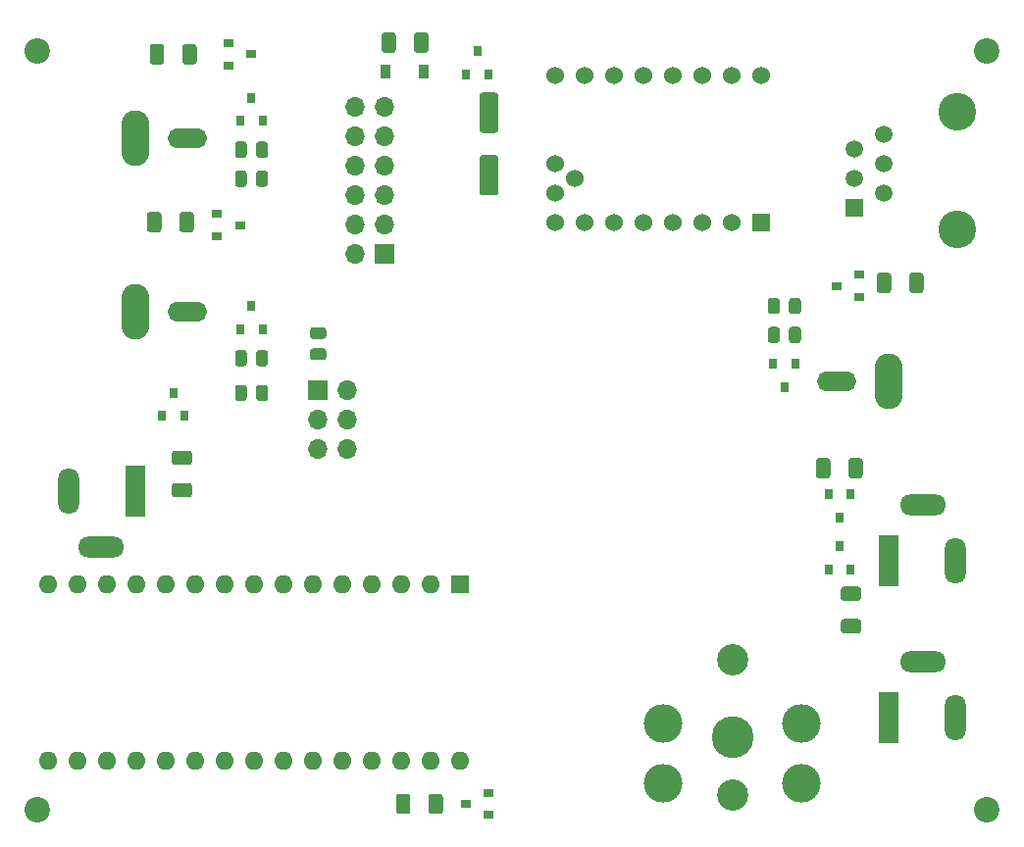
<source format=gbr>
%TF.GenerationSoftware,KiCad,Pcbnew,(5.1.8)-1*%
%TF.CreationDate,2021-03-13T21:34:25+00:00*%
%TF.ProjectId,Trio,5472696f-2e6b-4696-9361-645f70636258,rev?*%
%TF.SameCoordinates,Original*%
%TF.FileFunction,Soldermask,Top*%
%TF.FilePolarity,Negative*%
%FSLAX46Y46*%
G04 Gerber Fmt 4.6, Leading zero omitted, Abs format (unit mm)*
G04 Created by KiCad (PCBNEW (5.1.8)-1) date 2021-03-13 21:34:25*
%MOMM*%
%LPD*%
G01*
G04 APERTURE LIST*
%ADD10O,1.600000X1.600000*%
%ADD11R,1.600000X1.600000*%
%ADD12R,0.900000X0.800000*%
%ADD13R,0.800000X0.900000*%
%ADD14R,0.900000X1.200000*%
%ADD15O,1.700000X1.700000*%
%ADD16R,1.700000X1.700000*%
%ADD17C,1.524000*%
%ADD18R,1.524000X1.524000*%
%ADD19R,1.800000X4.400000*%
%ADD20O,1.800000X4.000000*%
%ADD21O,4.000000X1.800000*%
%ADD22C,2.700000*%
%ADD23C,3.615000*%
%ADD24C,3.330000*%
%ADD25R,1.520000X1.520000*%
%ADD26C,3.250000*%
%ADD27C,1.520000*%
%ADD28C,2.200000*%
%ADD29O,2.400000X4.800000*%
%ADD30O,3.400000X1.700000*%
G04 APERTURE END LIST*
D10*
%TO.C,A1*%
X105940000Y-136740000D03*
X105940000Y-121500000D03*
X141500000Y-136740000D03*
X108480000Y-121500000D03*
X138960000Y-136740000D03*
X111020000Y-121500000D03*
X136420000Y-136740000D03*
X113560000Y-121500000D03*
X133880000Y-136740000D03*
X116100000Y-121500000D03*
X131340000Y-136740000D03*
X118640000Y-121500000D03*
X128800000Y-136740000D03*
X121180000Y-121500000D03*
X126260000Y-136740000D03*
X123720000Y-121500000D03*
X123720000Y-136740000D03*
X126260000Y-121500000D03*
X121180000Y-136740000D03*
X128800000Y-121500000D03*
X118640000Y-136740000D03*
X131340000Y-121500000D03*
X116100000Y-136740000D03*
X133880000Y-121500000D03*
X113560000Y-136740000D03*
X136420000Y-121500000D03*
X111020000Y-136740000D03*
X138960000Y-121500000D03*
X108480000Y-136740000D03*
D11*
X141500000Y-121500000D03*
%TD*%
D12*
%TO.C,Q8*%
X123500000Y-75750000D03*
X121500000Y-76700000D03*
X121500000Y-74800000D03*
%TD*%
D13*
%TO.C,Q7*%
X116750000Y-105000000D03*
X117700000Y-107000000D03*
X115800000Y-107000000D03*
%TD*%
D12*
%TO.C,Q6*%
X122500000Y-90500000D03*
X120500000Y-91450000D03*
X120500000Y-89550000D03*
%TD*%
D13*
%TO.C,Q5*%
X174250000Y-118250000D03*
X175200000Y-120250000D03*
X173300000Y-120250000D03*
%TD*%
%TO.C,Q4*%
X174250000Y-115750000D03*
X173300000Y-113750000D03*
X175200000Y-113750000D03*
%TD*%
D12*
%TO.C,Q3*%
X174000000Y-95750000D03*
X176000000Y-94800000D03*
X176000000Y-96700000D03*
%TD*%
%TO.C,F5*%
G36*
G01*
X115975000Y-75125000D02*
X115975000Y-76375000D01*
G75*
G02*
X115725000Y-76625000I-250000J0D01*
G01*
X114975000Y-76625000D01*
G75*
G02*
X114725000Y-76375000I0J250000D01*
G01*
X114725000Y-75125000D01*
G75*
G02*
X114975000Y-74875000I250000J0D01*
G01*
X115725000Y-74875000D01*
G75*
G02*
X115975000Y-75125000I0J-250000D01*
G01*
G37*
G36*
G01*
X118775000Y-75125000D02*
X118775000Y-76375000D01*
G75*
G02*
X118525000Y-76625000I-250000J0D01*
G01*
X117775000Y-76625000D01*
G75*
G02*
X117525000Y-76375000I0J250000D01*
G01*
X117525000Y-75125000D01*
G75*
G02*
X117775000Y-74875000I250000J0D01*
G01*
X118525000Y-74875000D01*
G75*
G02*
X118775000Y-75125000I0J-250000D01*
G01*
G37*
%TD*%
%TO.C,F2*%
G36*
G01*
X115725000Y-89625000D02*
X115725000Y-90875000D01*
G75*
G02*
X115475000Y-91125000I-250000J0D01*
G01*
X114725000Y-91125000D01*
G75*
G02*
X114475000Y-90875000I0J250000D01*
G01*
X114475000Y-89625000D01*
G75*
G02*
X114725000Y-89375000I250000J0D01*
G01*
X115475000Y-89375000D01*
G75*
G02*
X115725000Y-89625000I0J-250000D01*
G01*
G37*
G36*
G01*
X118525000Y-89625000D02*
X118525000Y-90875000D01*
G75*
G02*
X118275000Y-91125000I-250000J0D01*
G01*
X117525000Y-91125000D01*
G75*
G02*
X117275000Y-90875000I0J250000D01*
G01*
X117275000Y-89625000D01*
G75*
G02*
X117525000Y-89375000I250000J0D01*
G01*
X118275000Y-89375000D01*
G75*
G02*
X118525000Y-89625000I0J-250000D01*
G01*
G37*
%TD*%
D14*
%TO.C,D1*%
X135100000Y-77250000D03*
X138400000Y-77250000D03*
%TD*%
D12*
%TO.C,Q2*%
X142000000Y-140500000D03*
X144000000Y-139550000D03*
X144000000Y-141450000D03*
%TD*%
D13*
%TO.C,Q1*%
X143000000Y-75500000D03*
X143950000Y-77500000D03*
X142050000Y-77500000D03*
%TD*%
%TO.C,R7*%
G36*
G01*
X129700001Y-100350000D02*
X128799999Y-100350000D01*
G75*
G02*
X128550000Y-100100001I0J249999D01*
G01*
X128550000Y-99574999D01*
G75*
G02*
X128799999Y-99325000I249999J0D01*
G01*
X129700001Y-99325000D01*
G75*
G02*
X129950000Y-99574999I0J-249999D01*
G01*
X129950000Y-100100001D01*
G75*
G02*
X129700001Y-100350000I-249999J0D01*
G01*
G37*
G36*
G01*
X129700001Y-102175000D02*
X128799999Y-102175000D01*
G75*
G02*
X128550000Y-101925001I0J249999D01*
G01*
X128550000Y-101399999D01*
G75*
G02*
X128799999Y-101150000I249999J0D01*
G01*
X129700001Y-101150000D01*
G75*
G02*
X129950000Y-101399999I0J-249999D01*
G01*
X129950000Y-101925001D01*
G75*
G02*
X129700001Y-102175000I-249999J0D01*
G01*
G37*
%TD*%
D15*
%TO.C,J2*%
X131790000Y-109830000D03*
X129250000Y-109830000D03*
X131790000Y-107290000D03*
X129250000Y-107290000D03*
X131790000Y-104750000D03*
D16*
X129250000Y-104750000D03*
%TD*%
D17*
%TO.C,U1*%
X151368000Y-86460000D03*
X149717000Y-85190000D03*
X149717000Y-87730000D03*
D18*
X167497000Y-90270000D03*
D17*
X164957000Y-90270000D03*
X162417000Y-90270000D03*
X159877000Y-90270000D03*
X157337000Y-90270000D03*
X154797000Y-90270000D03*
X152257000Y-90270000D03*
X149717000Y-90270000D03*
X149717000Y-77570000D03*
X152257000Y-77570000D03*
X154797000Y-77570000D03*
X157337000Y-77570000D03*
X159877000Y-77570000D03*
X162417000Y-77570000D03*
X164957000Y-77570000D03*
X167497000Y-77570000D03*
%TD*%
D15*
%TO.C,PINOUT1*%
X132460000Y-80300000D03*
X135000000Y-80300000D03*
X132460000Y-82840000D03*
X135000000Y-82840000D03*
X132460000Y-85380000D03*
X135000000Y-85380000D03*
X132460000Y-87920000D03*
X135000000Y-87920000D03*
X132460000Y-90460000D03*
X135000000Y-90460000D03*
X132460000Y-93000000D03*
D16*
X135000000Y-93000000D03*
%TD*%
%TO.C,C1*%
G36*
G01*
X143450000Y-84450000D02*
X144550000Y-84450000D01*
G75*
G02*
X144800000Y-84700000I0J-250000D01*
G01*
X144800000Y-87700000D01*
G75*
G02*
X144550000Y-87950000I-250000J0D01*
G01*
X143450000Y-87950000D01*
G75*
G02*
X143200000Y-87700000I0J250000D01*
G01*
X143200000Y-84700000D01*
G75*
G02*
X143450000Y-84450000I250000J0D01*
G01*
G37*
G36*
G01*
X143450000Y-79050000D02*
X144550000Y-79050000D01*
G75*
G02*
X144800000Y-79300000I0J-250000D01*
G01*
X144800000Y-82300000D01*
G75*
G02*
X144550000Y-82550000I-250000J0D01*
G01*
X143450000Y-82550000D01*
G75*
G02*
X143200000Y-82300000I0J250000D01*
G01*
X143200000Y-79300000D01*
G75*
G02*
X143450000Y-79050000I250000J0D01*
G01*
G37*
%TD*%
%TO.C,R6*%
G36*
G01*
X123900000Y-86950001D02*
X123900000Y-86049999D01*
G75*
G02*
X124149999Y-85800000I249999J0D01*
G01*
X124675001Y-85800000D01*
G75*
G02*
X124925000Y-86049999I0J-249999D01*
G01*
X124925000Y-86950001D01*
G75*
G02*
X124675001Y-87200000I-249999J0D01*
G01*
X124149999Y-87200000D01*
G75*
G02*
X123900000Y-86950001I0J249999D01*
G01*
G37*
G36*
G01*
X122075000Y-86950001D02*
X122075000Y-86049999D01*
G75*
G02*
X122324999Y-85800000I249999J0D01*
G01*
X122850001Y-85800000D01*
G75*
G02*
X123100000Y-86049999I0J-249999D01*
G01*
X123100000Y-86950001D01*
G75*
G02*
X122850001Y-87200000I-249999J0D01*
G01*
X122324999Y-87200000D01*
G75*
G02*
X122075000Y-86950001I0J249999D01*
G01*
G37*
%TD*%
%TO.C,R5*%
G36*
G01*
X123900000Y-105450001D02*
X123900000Y-104549999D01*
G75*
G02*
X124149999Y-104300000I249999J0D01*
G01*
X124675001Y-104300000D01*
G75*
G02*
X124925000Y-104549999I0J-249999D01*
G01*
X124925000Y-105450001D01*
G75*
G02*
X124675001Y-105700000I-249999J0D01*
G01*
X124149999Y-105700000D01*
G75*
G02*
X123900000Y-105450001I0J249999D01*
G01*
G37*
G36*
G01*
X122075000Y-105450001D02*
X122075000Y-104549999D01*
G75*
G02*
X122324999Y-104300000I249999J0D01*
G01*
X122850001Y-104300000D01*
G75*
G02*
X123100000Y-104549999I0J-249999D01*
G01*
X123100000Y-105450001D01*
G75*
G02*
X122850001Y-105700000I-249999J0D01*
G01*
X122324999Y-105700000D01*
G75*
G02*
X122075000Y-105450001I0J249999D01*
G01*
G37*
%TD*%
%TO.C,R4*%
G36*
G01*
X169100000Y-97049999D02*
X169100000Y-97950001D01*
G75*
G02*
X168850001Y-98200000I-249999J0D01*
G01*
X168324999Y-98200000D01*
G75*
G02*
X168075000Y-97950001I0J249999D01*
G01*
X168075000Y-97049999D01*
G75*
G02*
X168324999Y-96800000I249999J0D01*
G01*
X168850001Y-96800000D01*
G75*
G02*
X169100000Y-97049999I0J-249999D01*
G01*
G37*
G36*
G01*
X170925000Y-97049999D02*
X170925000Y-97950001D01*
G75*
G02*
X170675001Y-98200000I-249999J0D01*
G01*
X170149999Y-98200000D01*
G75*
G02*
X169900000Y-97950001I0J249999D01*
G01*
X169900000Y-97049999D01*
G75*
G02*
X170149999Y-96800000I249999J0D01*
G01*
X170675001Y-96800000D01*
G75*
G02*
X170925000Y-97049999I0J-249999D01*
G01*
G37*
%TD*%
%TO.C,R3*%
G36*
G01*
X123100000Y-101549999D02*
X123100000Y-102450001D01*
G75*
G02*
X122850001Y-102700000I-249999J0D01*
G01*
X122324999Y-102700000D01*
G75*
G02*
X122075000Y-102450001I0J249999D01*
G01*
X122075000Y-101549999D01*
G75*
G02*
X122324999Y-101300000I249999J0D01*
G01*
X122850001Y-101300000D01*
G75*
G02*
X123100000Y-101549999I0J-249999D01*
G01*
G37*
G36*
G01*
X124925000Y-101549999D02*
X124925000Y-102450001D01*
G75*
G02*
X124675001Y-102700000I-249999J0D01*
G01*
X124149999Y-102700000D01*
G75*
G02*
X123900000Y-102450001I0J249999D01*
G01*
X123900000Y-101549999D01*
G75*
G02*
X124149999Y-101300000I249999J0D01*
G01*
X124675001Y-101300000D01*
G75*
G02*
X124925000Y-101549999I0J-249999D01*
G01*
G37*
%TD*%
%TO.C,R2*%
G36*
G01*
X123100000Y-83549999D02*
X123100000Y-84450001D01*
G75*
G02*
X122850001Y-84700000I-249999J0D01*
G01*
X122324999Y-84700000D01*
G75*
G02*
X122075000Y-84450001I0J249999D01*
G01*
X122075000Y-83549999D01*
G75*
G02*
X122324999Y-83300000I249999J0D01*
G01*
X122850001Y-83300000D01*
G75*
G02*
X123100000Y-83549999I0J-249999D01*
G01*
G37*
G36*
G01*
X124925000Y-83549999D02*
X124925000Y-84450001D01*
G75*
G02*
X124675001Y-84700000I-249999J0D01*
G01*
X124149999Y-84700000D01*
G75*
G02*
X123900000Y-84450001I0J249999D01*
G01*
X123900000Y-83549999D01*
G75*
G02*
X124149999Y-83300000I249999J0D01*
G01*
X124675001Y-83300000D01*
G75*
G02*
X124925000Y-83549999I0J-249999D01*
G01*
G37*
%TD*%
%TO.C,R1*%
G36*
G01*
X169900000Y-100450001D02*
X169900000Y-99549999D01*
G75*
G02*
X170149999Y-99300000I249999J0D01*
G01*
X170675001Y-99300000D01*
G75*
G02*
X170925000Y-99549999I0J-249999D01*
G01*
X170925000Y-100450001D01*
G75*
G02*
X170675001Y-100700000I-249999J0D01*
G01*
X170149999Y-100700000D01*
G75*
G02*
X169900000Y-100450001I0J249999D01*
G01*
G37*
G36*
G01*
X168075000Y-100450001D02*
X168075000Y-99549999D01*
G75*
G02*
X168324999Y-99300000I249999J0D01*
G01*
X168850001Y-99300000D01*
G75*
G02*
X169100000Y-99549999I0J-249999D01*
G01*
X169100000Y-100450001D01*
G75*
G02*
X168850001Y-100700000I-249999J0D01*
G01*
X168324999Y-100700000D01*
G75*
G02*
X168075000Y-100450001I0J249999D01*
G01*
G37*
%TD*%
D19*
%TO.C,PO3*%
X113500000Y-113500000D03*
D20*
X107700000Y-113500000D03*
D21*
X110500000Y-118300000D03*
%TD*%
D19*
%TO.C,PO2*%
X178500000Y-133000000D03*
D20*
X184300000Y-133000000D03*
D21*
X181500000Y-128200000D03*
%TD*%
D19*
%TO.C,PO1*%
X178500000Y-119500000D03*
D20*
X184300000Y-119500000D03*
D21*
X181500000Y-114700000D03*
%TD*%
D22*
%TO.C,PI1*%
X165000000Y-128050000D03*
D23*
X165000000Y-134700000D03*
D24*
X170950000Y-133550000D03*
X170950000Y-138750000D03*
D22*
X165000000Y-139700000D03*
D24*
X159050000Y-138750000D03*
X159050000Y-133550000D03*
%TD*%
D13*
%TO.C,NM5*%
X123500000Y-97500000D03*
X124450000Y-99500000D03*
X122550000Y-99500000D03*
%TD*%
%TO.C,NM3*%
X123500000Y-79500000D03*
X124450000Y-81500000D03*
X122550000Y-81500000D03*
%TD*%
%TO.C,NM2*%
X169500000Y-104500000D03*
X168550000Y-102500000D03*
X170450000Y-102500000D03*
%TD*%
D25*
%TO.C,J1*%
X175500000Y-89000000D03*
D26*
X184390000Y-90910000D03*
D27*
X178040000Y-87730000D03*
X175500000Y-86460000D03*
X178040000Y-85190000D03*
X175500000Y-83920000D03*
X178040000Y-82650000D03*
D26*
X184390000Y-80750000D03*
%TD*%
D28*
%TO.C,H4*%
X105000000Y-75500000D03*
%TD*%
%TO.C,H3*%
X187000000Y-75500000D03*
%TD*%
%TO.C,H2*%
X187000000Y-141000000D03*
%TD*%
%TO.C,H1*%
X105000000Y-141000000D03*
%TD*%
%TO.C,F8*%
G36*
G01*
X135975000Y-74125000D02*
X135975000Y-75375000D01*
G75*
G02*
X135725000Y-75625000I-250000J0D01*
G01*
X134975000Y-75625000D01*
G75*
G02*
X134725000Y-75375000I0J250000D01*
G01*
X134725000Y-74125000D01*
G75*
G02*
X134975000Y-73875000I250000J0D01*
G01*
X135725000Y-73875000D01*
G75*
G02*
X135975000Y-74125000I0J-250000D01*
G01*
G37*
G36*
G01*
X138775000Y-74125000D02*
X138775000Y-75375000D01*
G75*
G02*
X138525000Y-75625000I-250000J0D01*
G01*
X137775000Y-75625000D01*
G75*
G02*
X137525000Y-75375000I0J250000D01*
G01*
X137525000Y-74125000D01*
G75*
G02*
X137775000Y-73875000I250000J0D01*
G01*
X138525000Y-73875000D01*
G75*
G02*
X138775000Y-74125000I0J-250000D01*
G01*
G37*
%TD*%
%TO.C,F7*%
G36*
G01*
X138775000Y-141125000D02*
X138775000Y-139875000D01*
G75*
G02*
X139025000Y-139625000I250000J0D01*
G01*
X139775000Y-139625000D01*
G75*
G02*
X140025000Y-139875000I0J-250000D01*
G01*
X140025000Y-141125000D01*
G75*
G02*
X139775000Y-141375000I-250000J0D01*
G01*
X139025000Y-141375000D01*
G75*
G02*
X138775000Y-141125000I0J250000D01*
G01*
G37*
G36*
G01*
X135975000Y-141125000D02*
X135975000Y-139875000D01*
G75*
G02*
X136225000Y-139625000I250000J0D01*
G01*
X136975000Y-139625000D01*
G75*
G02*
X137225000Y-139875000I0J-250000D01*
G01*
X137225000Y-141125000D01*
G75*
G02*
X136975000Y-141375000I-250000J0D01*
G01*
X136225000Y-141375000D01*
G75*
G02*
X135975000Y-141125000I0J250000D01*
G01*
G37*
%TD*%
%TO.C,F6*%
G36*
G01*
X118125000Y-111225000D02*
X116875000Y-111225000D01*
G75*
G02*
X116625000Y-110975000I0J250000D01*
G01*
X116625000Y-110225000D01*
G75*
G02*
X116875000Y-109975000I250000J0D01*
G01*
X118125000Y-109975000D01*
G75*
G02*
X118375000Y-110225000I0J-250000D01*
G01*
X118375000Y-110975000D01*
G75*
G02*
X118125000Y-111225000I-250000J0D01*
G01*
G37*
G36*
G01*
X118125000Y-114025000D02*
X116875000Y-114025000D01*
G75*
G02*
X116625000Y-113775000I0J250000D01*
G01*
X116625000Y-113025000D01*
G75*
G02*
X116875000Y-112775000I250000J0D01*
G01*
X118125000Y-112775000D01*
G75*
G02*
X118375000Y-113025000I0J-250000D01*
G01*
X118375000Y-113775000D01*
G75*
G02*
X118125000Y-114025000I-250000J0D01*
G01*
G37*
%TD*%
%TO.C,F4*%
G36*
G01*
X175875000Y-122975000D02*
X174625000Y-122975000D01*
G75*
G02*
X174375000Y-122725000I0J250000D01*
G01*
X174375000Y-121975000D01*
G75*
G02*
X174625000Y-121725000I250000J0D01*
G01*
X175875000Y-121725000D01*
G75*
G02*
X176125000Y-121975000I0J-250000D01*
G01*
X176125000Y-122725000D01*
G75*
G02*
X175875000Y-122975000I-250000J0D01*
G01*
G37*
G36*
G01*
X175875000Y-125775000D02*
X174625000Y-125775000D01*
G75*
G02*
X174375000Y-125525000I0J250000D01*
G01*
X174375000Y-124775000D01*
G75*
G02*
X174625000Y-124525000I250000J0D01*
G01*
X175875000Y-124525000D01*
G75*
G02*
X176125000Y-124775000I0J-250000D01*
G01*
X176125000Y-125525000D01*
G75*
G02*
X175875000Y-125775000I-250000J0D01*
G01*
G37*
%TD*%
%TO.C,F3*%
G36*
G01*
X173475000Y-110875000D02*
X173475000Y-112125000D01*
G75*
G02*
X173225000Y-112375000I-250000J0D01*
G01*
X172475000Y-112375000D01*
G75*
G02*
X172225000Y-112125000I0J250000D01*
G01*
X172225000Y-110875000D01*
G75*
G02*
X172475000Y-110625000I250000J0D01*
G01*
X173225000Y-110625000D01*
G75*
G02*
X173475000Y-110875000I0J-250000D01*
G01*
G37*
G36*
G01*
X176275000Y-110875000D02*
X176275000Y-112125000D01*
G75*
G02*
X176025000Y-112375000I-250000J0D01*
G01*
X175275000Y-112375000D01*
G75*
G02*
X175025000Y-112125000I0J250000D01*
G01*
X175025000Y-110875000D01*
G75*
G02*
X175275000Y-110625000I250000J0D01*
G01*
X176025000Y-110625000D01*
G75*
G02*
X176275000Y-110875000I0J-250000D01*
G01*
G37*
%TD*%
%TO.C,F1*%
G36*
G01*
X180275000Y-96125000D02*
X180275000Y-94875000D01*
G75*
G02*
X180525000Y-94625000I250000J0D01*
G01*
X181275000Y-94625000D01*
G75*
G02*
X181525000Y-94875000I0J-250000D01*
G01*
X181525000Y-96125000D01*
G75*
G02*
X181275000Y-96375000I-250000J0D01*
G01*
X180525000Y-96375000D01*
G75*
G02*
X180275000Y-96125000I0J250000D01*
G01*
G37*
G36*
G01*
X177475000Y-96125000D02*
X177475000Y-94875000D01*
G75*
G02*
X177725000Y-94625000I250000J0D01*
G01*
X178475000Y-94625000D01*
G75*
G02*
X178725000Y-94875000I0J-250000D01*
G01*
X178725000Y-96125000D01*
G75*
G02*
X178475000Y-96375000I-250000J0D01*
G01*
X177725000Y-96375000D01*
G75*
G02*
X177475000Y-96125000I0J250000D01*
G01*
G37*
%TD*%
D29*
%TO.C,DO3*%
X113500000Y-98000000D03*
D30*
X118000000Y-98000000D03*
%TD*%
D29*
%TO.C,DO2*%
X113500000Y-83000000D03*
D30*
X118000000Y-83000000D03*
%TD*%
D29*
%TO.C,DO1*%
X178500000Y-104000000D03*
D30*
X174000000Y-104000000D03*
%TD*%
M02*

</source>
